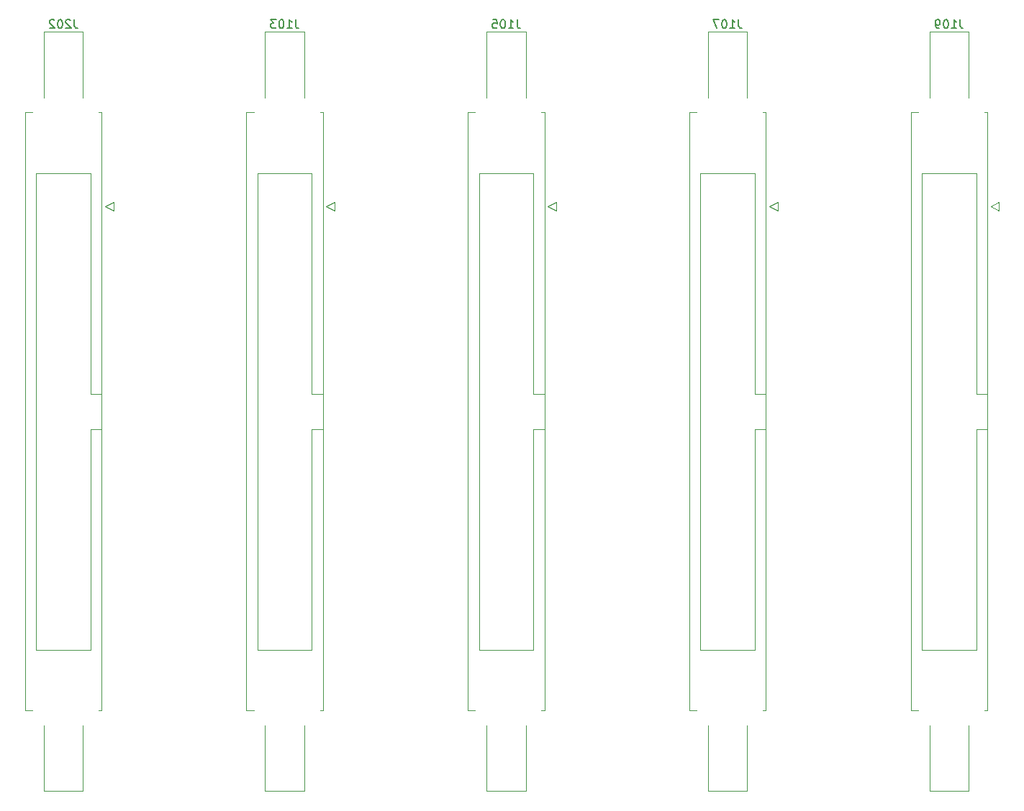
<source format=gbr>
%TF.GenerationSoftware,KiCad,Pcbnew,9.99.0-unknown-b0b07bbc41~182~ubuntu22.04.1*%
%TF.CreationDate,2025-08-08T10:17:54+02:00*%
%TF.ProjectId,CP70_front_flatcable,43503730-5f66-4726-9f6e-745f666c6174,rev?*%
%TF.SameCoordinates,Original*%
%TF.FileFunction,Legend,Bot*%
%TF.FilePolarity,Positive*%
%FSLAX46Y46*%
G04 Gerber Fmt 4.6, Leading zero omitted, Abs format (unit mm)*
G04 Created by KiCad (PCBNEW 9.99.0-unknown-b0b07bbc41~182~ubuntu22.04.1) date 2025-08-08 10:17:54*
%MOMM*%
%LPD*%
G01*
G04 APERTURE LIST*
%ADD10C,0.150000*%
%ADD11C,0.120000*%
G04 APERTURE END LIST*
D10*
X176960714Y-46454819D02*
X176960714Y-47169104D01*
X176960714Y-47169104D02*
X177008333Y-47311961D01*
X177008333Y-47311961D02*
X177103571Y-47407200D01*
X177103571Y-47407200D02*
X177246428Y-47454819D01*
X177246428Y-47454819D02*
X177341666Y-47454819D01*
X175960714Y-47454819D02*
X176532142Y-47454819D01*
X176246428Y-47454819D02*
X176246428Y-46454819D01*
X176246428Y-46454819D02*
X176341666Y-46597676D01*
X176341666Y-46597676D02*
X176436904Y-46692914D01*
X176436904Y-46692914D02*
X176532142Y-46740533D01*
X175341666Y-46454819D02*
X175246428Y-46454819D01*
X175246428Y-46454819D02*
X175151190Y-46502438D01*
X175151190Y-46502438D02*
X175103571Y-46550057D01*
X175103571Y-46550057D02*
X175055952Y-46645295D01*
X175055952Y-46645295D02*
X175008333Y-46835771D01*
X175008333Y-46835771D02*
X175008333Y-47073866D01*
X175008333Y-47073866D02*
X175055952Y-47264342D01*
X175055952Y-47264342D02*
X175103571Y-47359580D01*
X175103571Y-47359580D02*
X175151190Y-47407200D01*
X175151190Y-47407200D02*
X175246428Y-47454819D01*
X175246428Y-47454819D02*
X175341666Y-47454819D01*
X175341666Y-47454819D02*
X175436904Y-47407200D01*
X175436904Y-47407200D02*
X175484523Y-47359580D01*
X175484523Y-47359580D02*
X175532142Y-47264342D01*
X175532142Y-47264342D02*
X175579761Y-47073866D01*
X175579761Y-47073866D02*
X175579761Y-46835771D01*
X175579761Y-46835771D02*
X175532142Y-46645295D01*
X175532142Y-46645295D02*
X175484523Y-46550057D01*
X175484523Y-46550057D02*
X175436904Y-46502438D01*
X175436904Y-46502438D02*
X175341666Y-46454819D01*
X174674999Y-46454819D02*
X174008333Y-46454819D01*
X174008333Y-46454819D02*
X174436904Y-47454819D01*
X203015714Y-46454819D02*
X203015714Y-47169104D01*
X203015714Y-47169104D02*
X203063333Y-47311961D01*
X203063333Y-47311961D02*
X203158571Y-47407200D01*
X203158571Y-47407200D02*
X203301428Y-47454819D01*
X203301428Y-47454819D02*
X203396666Y-47454819D01*
X202015714Y-47454819D02*
X202587142Y-47454819D01*
X202301428Y-47454819D02*
X202301428Y-46454819D01*
X202301428Y-46454819D02*
X202396666Y-46597676D01*
X202396666Y-46597676D02*
X202491904Y-46692914D01*
X202491904Y-46692914D02*
X202587142Y-46740533D01*
X201396666Y-46454819D02*
X201301428Y-46454819D01*
X201301428Y-46454819D02*
X201206190Y-46502438D01*
X201206190Y-46502438D02*
X201158571Y-46550057D01*
X201158571Y-46550057D02*
X201110952Y-46645295D01*
X201110952Y-46645295D02*
X201063333Y-46835771D01*
X201063333Y-46835771D02*
X201063333Y-47073866D01*
X201063333Y-47073866D02*
X201110952Y-47264342D01*
X201110952Y-47264342D02*
X201158571Y-47359580D01*
X201158571Y-47359580D02*
X201206190Y-47407200D01*
X201206190Y-47407200D02*
X201301428Y-47454819D01*
X201301428Y-47454819D02*
X201396666Y-47454819D01*
X201396666Y-47454819D02*
X201491904Y-47407200D01*
X201491904Y-47407200D02*
X201539523Y-47359580D01*
X201539523Y-47359580D02*
X201587142Y-47264342D01*
X201587142Y-47264342D02*
X201634761Y-47073866D01*
X201634761Y-47073866D02*
X201634761Y-46835771D01*
X201634761Y-46835771D02*
X201587142Y-46645295D01*
X201587142Y-46645295D02*
X201539523Y-46550057D01*
X201539523Y-46550057D02*
X201491904Y-46502438D01*
X201491904Y-46502438D02*
X201396666Y-46454819D01*
X200587142Y-47454819D02*
X200396666Y-47454819D01*
X200396666Y-47454819D02*
X200301428Y-47407200D01*
X200301428Y-47407200D02*
X200253809Y-47359580D01*
X200253809Y-47359580D02*
X200158571Y-47216723D01*
X200158571Y-47216723D02*
X200110952Y-47026247D01*
X200110952Y-47026247D02*
X200110952Y-46645295D01*
X200110952Y-46645295D02*
X200158571Y-46550057D01*
X200158571Y-46550057D02*
X200206190Y-46502438D01*
X200206190Y-46502438D02*
X200301428Y-46454819D01*
X200301428Y-46454819D02*
X200491904Y-46454819D01*
X200491904Y-46454819D02*
X200587142Y-46502438D01*
X200587142Y-46502438D02*
X200634761Y-46550057D01*
X200634761Y-46550057D02*
X200682380Y-46645295D01*
X200682380Y-46645295D02*
X200682380Y-46883390D01*
X200682380Y-46883390D02*
X200634761Y-46978628D01*
X200634761Y-46978628D02*
X200587142Y-47026247D01*
X200587142Y-47026247D02*
X200491904Y-47073866D01*
X200491904Y-47073866D02*
X200301428Y-47073866D01*
X200301428Y-47073866D02*
X200206190Y-47026247D01*
X200206190Y-47026247D02*
X200158571Y-46978628D01*
X200158571Y-46978628D02*
X200110952Y-46883390D01*
X98795714Y-46454819D02*
X98795714Y-47169104D01*
X98795714Y-47169104D02*
X98843333Y-47311961D01*
X98843333Y-47311961D02*
X98938571Y-47407200D01*
X98938571Y-47407200D02*
X99081428Y-47454819D01*
X99081428Y-47454819D02*
X99176666Y-47454819D01*
X98367142Y-46550057D02*
X98319523Y-46502438D01*
X98319523Y-46502438D02*
X98224285Y-46454819D01*
X98224285Y-46454819D02*
X97986190Y-46454819D01*
X97986190Y-46454819D02*
X97890952Y-46502438D01*
X97890952Y-46502438D02*
X97843333Y-46550057D01*
X97843333Y-46550057D02*
X97795714Y-46645295D01*
X97795714Y-46645295D02*
X97795714Y-46740533D01*
X97795714Y-46740533D02*
X97843333Y-46883390D01*
X97843333Y-46883390D02*
X98414761Y-47454819D01*
X98414761Y-47454819D02*
X97795714Y-47454819D01*
X97176666Y-46454819D02*
X97081428Y-46454819D01*
X97081428Y-46454819D02*
X96986190Y-46502438D01*
X96986190Y-46502438D02*
X96938571Y-46550057D01*
X96938571Y-46550057D02*
X96890952Y-46645295D01*
X96890952Y-46645295D02*
X96843333Y-46835771D01*
X96843333Y-46835771D02*
X96843333Y-47073866D01*
X96843333Y-47073866D02*
X96890952Y-47264342D01*
X96890952Y-47264342D02*
X96938571Y-47359580D01*
X96938571Y-47359580D02*
X96986190Y-47407200D01*
X96986190Y-47407200D02*
X97081428Y-47454819D01*
X97081428Y-47454819D02*
X97176666Y-47454819D01*
X97176666Y-47454819D02*
X97271904Y-47407200D01*
X97271904Y-47407200D02*
X97319523Y-47359580D01*
X97319523Y-47359580D02*
X97367142Y-47264342D01*
X97367142Y-47264342D02*
X97414761Y-47073866D01*
X97414761Y-47073866D02*
X97414761Y-46835771D01*
X97414761Y-46835771D02*
X97367142Y-46645295D01*
X97367142Y-46645295D02*
X97319523Y-46550057D01*
X97319523Y-46550057D02*
X97271904Y-46502438D01*
X97271904Y-46502438D02*
X97176666Y-46454819D01*
X96462380Y-46550057D02*
X96414761Y-46502438D01*
X96414761Y-46502438D02*
X96319523Y-46454819D01*
X96319523Y-46454819D02*
X96081428Y-46454819D01*
X96081428Y-46454819D02*
X95986190Y-46502438D01*
X95986190Y-46502438D02*
X95938571Y-46550057D01*
X95938571Y-46550057D02*
X95890952Y-46645295D01*
X95890952Y-46645295D02*
X95890952Y-46740533D01*
X95890952Y-46740533D02*
X95938571Y-46883390D01*
X95938571Y-46883390D02*
X96509999Y-47454819D01*
X96509999Y-47454819D02*
X95890952Y-47454819D01*
X150905714Y-46454819D02*
X150905714Y-47169104D01*
X150905714Y-47169104D02*
X150953333Y-47311961D01*
X150953333Y-47311961D02*
X151048571Y-47407200D01*
X151048571Y-47407200D02*
X151191428Y-47454819D01*
X151191428Y-47454819D02*
X151286666Y-47454819D01*
X149905714Y-47454819D02*
X150477142Y-47454819D01*
X150191428Y-47454819D02*
X150191428Y-46454819D01*
X150191428Y-46454819D02*
X150286666Y-46597676D01*
X150286666Y-46597676D02*
X150381904Y-46692914D01*
X150381904Y-46692914D02*
X150477142Y-46740533D01*
X149286666Y-46454819D02*
X149191428Y-46454819D01*
X149191428Y-46454819D02*
X149096190Y-46502438D01*
X149096190Y-46502438D02*
X149048571Y-46550057D01*
X149048571Y-46550057D02*
X149000952Y-46645295D01*
X149000952Y-46645295D02*
X148953333Y-46835771D01*
X148953333Y-46835771D02*
X148953333Y-47073866D01*
X148953333Y-47073866D02*
X149000952Y-47264342D01*
X149000952Y-47264342D02*
X149048571Y-47359580D01*
X149048571Y-47359580D02*
X149096190Y-47407200D01*
X149096190Y-47407200D02*
X149191428Y-47454819D01*
X149191428Y-47454819D02*
X149286666Y-47454819D01*
X149286666Y-47454819D02*
X149381904Y-47407200D01*
X149381904Y-47407200D02*
X149429523Y-47359580D01*
X149429523Y-47359580D02*
X149477142Y-47264342D01*
X149477142Y-47264342D02*
X149524761Y-47073866D01*
X149524761Y-47073866D02*
X149524761Y-46835771D01*
X149524761Y-46835771D02*
X149477142Y-46645295D01*
X149477142Y-46645295D02*
X149429523Y-46550057D01*
X149429523Y-46550057D02*
X149381904Y-46502438D01*
X149381904Y-46502438D02*
X149286666Y-46454819D01*
X148048571Y-46454819D02*
X148524761Y-46454819D01*
X148524761Y-46454819D02*
X148572380Y-46931009D01*
X148572380Y-46931009D02*
X148524761Y-46883390D01*
X148524761Y-46883390D02*
X148429523Y-46835771D01*
X148429523Y-46835771D02*
X148191428Y-46835771D01*
X148191428Y-46835771D02*
X148096190Y-46883390D01*
X148096190Y-46883390D02*
X148048571Y-46931009D01*
X148048571Y-46931009D02*
X148000952Y-47026247D01*
X148000952Y-47026247D02*
X148000952Y-47264342D01*
X148000952Y-47264342D02*
X148048571Y-47359580D01*
X148048571Y-47359580D02*
X148096190Y-47407200D01*
X148096190Y-47407200D02*
X148191428Y-47454819D01*
X148191428Y-47454819D02*
X148429523Y-47454819D01*
X148429523Y-47454819D02*
X148524761Y-47407200D01*
X148524761Y-47407200D02*
X148572380Y-47359580D01*
X124850714Y-46454819D02*
X124850714Y-47169104D01*
X124850714Y-47169104D02*
X124898333Y-47311961D01*
X124898333Y-47311961D02*
X124993571Y-47407200D01*
X124993571Y-47407200D02*
X125136428Y-47454819D01*
X125136428Y-47454819D02*
X125231666Y-47454819D01*
X123850714Y-47454819D02*
X124422142Y-47454819D01*
X124136428Y-47454819D02*
X124136428Y-46454819D01*
X124136428Y-46454819D02*
X124231666Y-46597676D01*
X124231666Y-46597676D02*
X124326904Y-46692914D01*
X124326904Y-46692914D02*
X124422142Y-46740533D01*
X123231666Y-46454819D02*
X123136428Y-46454819D01*
X123136428Y-46454819D02*
X123041190Y-46502438D01*
X123041190Y-46502438D02*
X122993571Y-46550057D01*
X122993571Y-46550057D02*
X122945952Y-46645295D01*
X122945952Y-46645295D02*
X122898333Y-46835771D01*
X122898333Y-46835771D02*
X122898333Y-47073866D01*
X122898333Y-47073866D02*
X122945952Y-47264342D01*
X122945952Y-47264342D02*
X122993571Y-47359580D01*
X122993571Y-47359580D02*
X123041190Y-47407200D01*
X123041190Y-47407200D02*
X123136428Y-47454819D01*
X123136428Y-47454819D02*
X123231666Y-47454819D01*
X123231666Y-47454819D02*
X123326904Y-47407200D01*
X123326904Y-47407200D02*
X123374523Y-47359580D01*
X123374523Y-47359580D02*
X123422142Y-47264342D01*
X123422142Y-47264342D02*
X123469761Y-47073866D01*
X123469761Y-47073866D02*
X123469761Y-46835771D01*
X123469761Y-46835771D02*
X123422142Y-46645295D01*
X123422142Y-46645295D02*
X123374523Y-46550057D01*
X123374523Y-46550057D02*
X123326904Y-46502438D01*
X123326904Y-46502438D02*
X123231666Y-46454819D01*
X122564999Y-46454819D02*
X121945952Y-46454819D01*
X121945952Y-46454819D02*
X122279285Y-46835771D01*
X122279285Y-46835771D02*
X122136428Y-46835771D01*
X122136428Y-46835771D02*
X122041190Y-46883390D01*
X122041190Y-46883390D02*
X121993571Y-46931009D01*
X121993571Y-46931009D02*
X121945952Y-47026247D01*
X121945952Y-47026247D02*
X121945952Y-47264342D01*
X121945952Y-47264342D02*
X121993571Y-47359580D01*
X121993571Y-47359580D02*
X122041190Y-47407200D01*
X122041190Y-47407200D02*
X122136428Y-47454819D01*
X122136428Y-47454819D02*
X122422142Y-47454819D01*
X122422142Y-47454819D02*
X122517380Y-47407200D01*
X122517380Y-47407200D02*
X122564999Y-47359580D01*
%TO.C,J107*%
D11*
X181575000Y-68970000D02*
X180575000Y-68470000D01*
X181575000Y-67970000D02*
X181575000Y-68970000D01*
X180575000Y-68470000D02*
X181575000Y-67970000D01*
X180185000Y-127810000D02*
X179815000Y-127810000D01*
X180185000Y-90550000D02*
X178875000Y-90550000D01*
X180185000Y-57390000D02*
X180185000Y-127810000D01*
X179815000Y-57390000D02*
X180185000Y-57390000D01*
X178875000Y-120650000D02*
X178875000Y-94650000D01*
X178875000Y-94650000D02*
X180185000Y-94650000D01*
X178875000Y-90550000D02*
X178875000Y-64550000D01*
X178875000Y-64550000D02*
X172475000Y-64550000D01*
X177985000Y-137310000D02*
X173365000Y-137310000D01*
X177985000Y-129560000D02*
X177985000Y-137310000D01*
X177985000Y-55640000D02*
X177985000Y-47890000D01*
X177985000Y-47890000D02*
X173365000Y-47890000D01*
X173365000Y-137310000D02*
X173365000Y-129560000D01*
X173365000Y-47890000D02*
X173365000Y-55640000D01*
X172475000Y-120650000D02*
X178875000Y-120650000D01*
X172475000Y-64550000D02*
X172475000Y-120650000D01*
X172035000Y-57390000D02*
X171165000Y-57390000D01*
X171165000Y-127810000D02*
X172035000Y-127810000D01*
X171165000Y-57390000D02*
X171165000Y-127810000D01*
%TO.C,J109*%
X207630000Y-68970000D02*
X206630000Y-68470000D01*
X207630000Y-67970000D02*
X207630000Y-68970000D01*
X206630000Y-68470000D02*
X207630000Y-67970000D01*
X206240000Y-127810000D02*
X205870000Y-127810000D01*
X206240000Y-90550000D02*
X204930000Y-90550000D01*
X206240000Y-57390000D02*
X206240000Y-127810000D01*
X205870000Y-57390000D02*
X206240000Y-57390000D01*
X204930000Y-120650000D02*
X204930000Y-94650000D01*
X204930000Y-94650000D02*
X206240000Y-94650000D01*
X204930000Y-90550000D02*
X204930000Y-64550000D01*
X204930000Y-64550000D02*
X198530000Y-64550000D01*
X204040000Y-137310000D02*
X199420000Y-137310000D01*
X204040000Y-129560000D02*
X204040000Y-137310000D01*
X204040000Y-55640000D02*
X204040000Y-47890000D01*
X204040000Y-47890000D02*
X199420000Y-47890000D01*
X199420000Y-137310000D02*
X199420000Y-129560000D01*
X199420000Y-47890000D02*
X199420000Y-55640000D01*
X198530000Y-120650000D02*
X204930000Y-120650000D01*
X198530000Y-64550000D02*
X198530000Y-120650000D01*
X198090000Y-57390000D02*
X197220000Y-57390000D01*
X197220000Y-127810000D02*
X198090000Y-127810000D01*
X197220000Y-57390000D02*
X197220000Y-127810000D01*
%TO.C,J202*%
X93000000Y-57390000D02*
X93000000Y-127810000D01*
X93000000Y-127810000D02*
X93870000Y-127810000D01*
X93870000Y-57390000D02*
X93000000Y-57390000D01*
X94310000Y-64550000D02*
X94310000Y-120650000D01*
X94310000Y-120650000D02*
X100710000Y-120650000D01*
X95200000Y-47890000D02*
X95200000Y-55640000D01*
X95200000Y-137310000D02*
X95200000Y-129560000D01*
X99820000Y-47890000D02*
X95200000Y-47890000D01*
X99820000Y-55640000D02*
X99820000Y-47890000D01*
X99820000Y-129560000D02*
X99820000Y-137310000D01*
X99820000Y-137310000D02*
X95200000Y-137310000D01*
X100710000Y-64550000D02*
X94310000Y-64550000D01*
X100710000Y-90550000D02*
X100710000Y-64550000D01*
X100710000Y-94650000D02*
X102020000Y-94650000D01*
X100710000Y-120650000D02*
X100710000Y-94650000D01*
X101650000Y-57390000D02*
X102020000Y-57390000D01*
X102020000Y-57390000D02*
X102020000Y-127810000D01*
X102020000Y-90550000D02*
X100710000Y-90550000D01*
X102020000Y-127810000D02*
X101650000Y-127810000D01*
X102410000Y-68470000D02*
X103410000Y-67970000D01*
X103410000Y-67970000D02*
X103410000Y-68970000D01*
X103410000Y-68970000D02*
X102410000Y-68470000D01*
%TO.C,J105*%
X155520000Y-68970000D02*
X154520000Y-68470000D01*
X155520000Y-67970000D02*
X155520000Y-68970000D01*
X154520000Y-68470000D02*
X155520000Y-67970000D01*
X154130000Y-127810000D02*
X153760000Y-127810000D01*
X154130000Y-90550000D02*
X152820000Y-90550000D01*
X154130000Y-57390000D02*
X154130000Y-127810000D01*
X153760000Y-57390000D02*
X154130000Y-57390000D01*
X152820000Y-120650000D02*
X152820000Y-94650000D01*
X152820000Y-94650000D02*
X154130000Y-94650000D01*
X152820000Y-90550000D02*
X152820000Y-64550000D01*
X152820000Y-64550000D02*
X146420000Y-64550000D01*
X151930000Y-137310000D02*
X147310000Y-137310000D01*
X151930000Y-129560000D02*
X151930000Y-137310000D01*
X151930000Y-55640000D02*
X151930000Y-47890000D01*
X151930000Y-47890000D02*
X147310000Y-47890000D01*
X147310000Y-137310000D02*
X147310000Y-129560000D01*
X147310000Y-47890000D02*
X147310000Y-55640000D01*
X146420000Y-120650000D02*
X152820000Y-120650000D01*
X146420000Y-64550000D02*
X146420000Y-120650000D01*
X145980000Y-57390000D02*
X145110000Y-57390000D01*
X145110000Y-127810000D02*
X145980000Y-127810000D01*
X145110000Y-57390000D02*
X145110000Y-127810000D01*
%TO.C,J103*%
X129465000Y-68970000D02*
X128465000Y-68470000D01*
X129465000Y-67970000D02*
X129465000Y-68970000D01*
X128465000Y-68470000D02*
X129465000Y-67970000D01*
X128075000Y-127810000D02*
X127705000Y-127810000D01*
X128075000Y-90550000D02*
X126765000Y-90550000D01*
X128075000Y-57390000D02*
X128075000Y-127810000D01*
X127705000Y-57390000D02*
X128075000Y-57390000D01*
X126765000Y-120650000D02*
X126765000Y-94650000D01*
X126765000Y-94650000D02*
X128075000Y-94650000D01*
X126765000Y-90550000D02*
X126765000Y-64550000D01*
X126765000Y-64550000D02*
X120365000Y-64550000D01*
X125875000Y-137310000D02*
X121255000Y-137310000D01*
X125875000Y-129560000D02*
X125875000Y-137310000D01*
X125875000Y-55640000D02*
X125875000Y-47890000D01*
X125875000Y-47890000D02*
X121255000Y-47890000D01*
X121255000Y-137310000D02*
X121255000Y-129560000D01*
X121255000Y-47890000D02*
X121255000Y-55640000D01*
X120365000Y-120650000D02*
X126765000Y-120650000D01*
X120365000Y-64550000D02*
X120365000Y-120650000D01*
X119925000Y-57390000D02*
X119055000Y-57390000D01*
X119055000Y-127810000D02*
X119925000Y-127810000D01*
X119055000Y-57390000D02*
X119055000Y-127810000D01*
%TD*%
M02*

</source>
